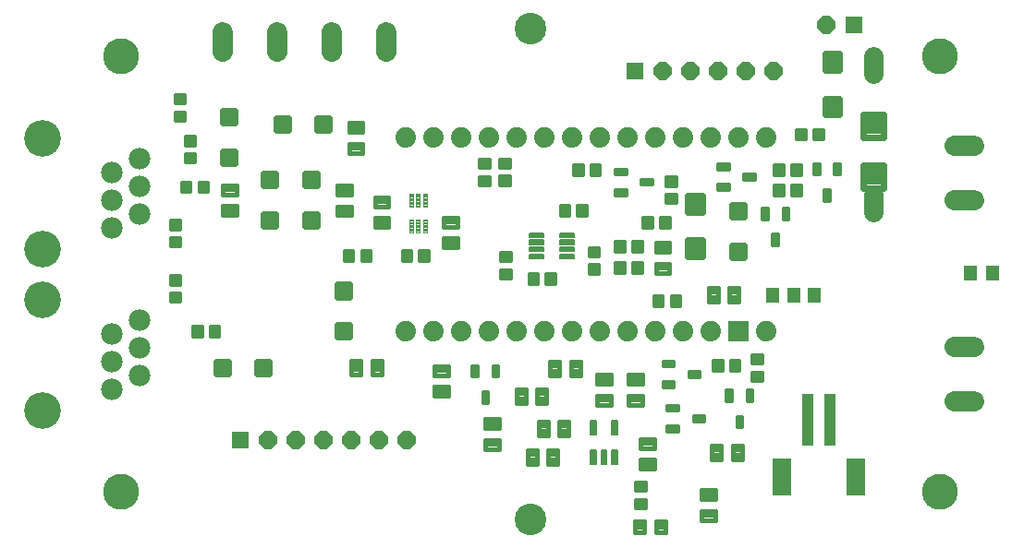
<source format=gts>
G75*
%MOIN*%
%OFA0B0*%
%FSLAX25Y25*%
%IPPOS*%
%LPD*%
%AMOC8*
5,1,8,0,0,1.08239X$1,22.5*
%
%ADD10C,0.12998*%
%ADD11C,0.07450*%
%ADD12C,0.02620*%
%ADD13C,0.11400*%
%ADD14C,0.01518*%
%ADD15C,0.02345*%
%ADD16C,0.01794*%
%ADD17C,0.07800*%
%ADD18C,0.13200*%
%ADD19C,0.00640*%
%ADD20C,0.07400*%
%ADD21R,0.07400X0.07400*%
%ADD22C,0.00947*%
%ADD23R,0.06400X0.06400*%
%ADD24OC8,0.06400*%
%ADD25C,0.00641*%
%ADD26R,0.04337X0.18510*%
%ADD27R,0.06699X0.13786*%
%ADD28R,0.05124X0.05518*%
%ADD29C,0.00450*%
%ADD30C,0.02462*%
%ADD31C,0.07000*%
D10*
X0061648Y0062772D03*
X0061648Y0220252D03*
X0356924Y0220252D03*
X0356924Y0062772D03*
D11*
X0362336Y0095646D02*
X0369386Y0095646D01*
X0369386Y0115331D02*
X0362336Y0115331D01*
X0362336Y0168283D02*
X0369386Y0168283D01*
X0369386Y0187969D02*
X0362336Y0187969D01*
X0157416Y0221924D02*
X0157416Y0228974D01*
X0137731Y0228974D02*
X0137731Y0221924D01*
X0118046Y0221924D02*
X0118046Y0228974D01*
X0098361Y0228974D02*
X0098361Y0221924D01*
D12*
X0266331Y0169575D02*
X0266331Y0163921D01*
X0266331Y0169575D02*
X0271197Y0169575D01*
X0271197Y0163921D01*
X0266331Y0163921D01*
X0266331Y0166540D02*
X0271197Y0166540D01*
X0271197Y0169159D02*
X0266331Y0169159D01*
X0266331Y0153433D02*
X0266331Y0147779D01*
X0266331Y0153433D02*
X0271197Y0153433D01*
X0271197Y0147779D01*
X0266331Y0147779D01*
X0266331Y0150398D02*
X0271197Y0150398D01*
X0271197Y0153017D02*
X0266331Y0153017D01*
X0320823Y0199013D02*
X0320823Y0204667D01*
X0320823Y0199013D02*
X0315957Y0199013D01*
X0315957Y0204667D01*
X0320823Y0204667D01*
X0320823Y0201632D02*
X0315957Y0201632D01*
X0315957Y0204251D02*
X0320823Y0204251D01*
X0320823Y0215155D02*
X0320823Y0220809D01*
X0320823Y0215155D02*
X0315957Y0215155D01*
X0315957Y0220809D01*
X0320823Y0220809D01*
X0320823Y0217774D02*
X0315957Y0217774D01*
X0315957Y0220393D02*
X0320823Y0220393D01*
D13*
X0209286Y0230094D03*
X0209286Y0052929D03*
D14*
X0247439Y0057167D02*
X0247439Y0059985D01*
X0250651Y0059985D01*
X0250651Y0057167D01*
X0247439Y0057167D01*
X0247439Y0058684D02*
X0250651Y0058684D01*
X0247439Y0063417D02*
X0247439Y0066235D01*
X0250651Y0066235D01*
X0250651Y0063417D01*
X0247439Y0063417D01*
X0247439Y0064934D02*
X0250651Y0064934D01*
X0292604Y0103102D02*
X0292604Y0105920D01*
X0292604Y0103102D02*
X0289392Y0103102D01*
X0289392Y0105920D01*
X0292604Y0105920D01*
X0292604Y0104619D02*
X0289392Y0104619D01*
X0284470Y0110163D02*
X0281652Y0110163D01*
X0284470Y0110163D02*
X0284470Y0106951D01*
X0281652Y0106951D01*
X0281652Y0110163D01*
X0281652Y0108468D02*
X0284470Y0108468D01*
X0284470Y0109985D02*
X0281652Y0109985D01*
X0278219Y0110163D02*
X0275401Y0110163D01*
X0278219Y0110163D02*
X0278219Y0106951D01*
X0275401Y0106951D01*
X0275401Y0110163D01*
X0275401Y0108468D02*
X0278219Y0108468D01*
X0278219Y0109985D02*
X0275401Y0109985D01*
X0292604Y0109353D02*
X0292604Y0112171D01*
X0292604Y0109353D02*
X0289392Y0109353D01*
X0289392Y0112171D01*
X0292604Y0112171D01*
X0292604Y0110870D02*
X0289392Y0110870D01*
X0263028Y0130172D02*
X0260210Y0130172D01*
X0260210Y0133384D01*
X0263028Y0133384D01*
X0263028Y0130172D01*
X0263028Y0131689D02*
X0260210Y0131689D01*
X0260210Y0133206D02*
X0263028Y0133206D01*
X0256777Y0130172D02*
X0253959Y0130172D01*
X0253959Y0133384D01*
X0256777Y0133384D01*
X0256777Y0130172D01*
X0256777Y0131689D02*
X0253959Y0131689D01*
X0253959Y0133206D02*
X0256777Y0133206D01*
X0249174Y0142256D02*
X0246356Y0142256D01*
X0246356Y0145468D01*
X0249174Y0145468D01*
X0249174Y0142256D01*
X0249174Y0143773D02*
X0246356Y0143773D01*
X0246356Y0145290D02*
X0249174Y0145290D01*
X0242924Y0142256D02*
X0240106Y0142256D01*
X0240106Y0145468D01*
X0242924Y0145468D01*
X0242924Y0142256D01*
X0242924Y0143773D02*
X0240106Y0143773D01*
X0240106Y0145290D02*
X0242924Y0145290D01*
X0233810Y0144717D02*
X0233810Y0141899D01*
X0230598Y0141899D01*
X0230598Y0144717D01*
X0233810Y0144717D01*
X0233810Y0143416D02*
X0230598Y0143416D01*
X0233810Y0148149D02*
X0233810Y0150967D01*
X0233810Y0148149D02*
X0230598Y0148149D01*
X0230598Y0150967D01*
X0233810Y0150967D01*
X0233810Y0149666D02*
X0230598Y0149666D01*
X0240106Y0149997D02*
X0242924Y0149997D01*
X0240106Y0149997D02*
X0240106Y0153209D01*
X0242924Y0153209D01*
X0242924Y0149997D01*
X0242924Y0151514D02*
X0240106Y0151514D01*
X0240106Y0153031D02*
X0242924Y0153031D01*
X0246356Y0149997D02*
X0249174Y0149997D01*
X0246356Y0149997D02*
X0246356Y0153209D01*
X0249174Y0153209D01*
X0249174Y0149997D01*
X0249174Y0151514D02*
X0246356Y0151514D01*
X0246356Y0153031D02*
X0249174Y0153031D01*
X0250116Y0158666D02*
X0252934Y0158666D01*
X0250116Y0158666D02*
X0250116Y0161878D01*
X0252934Y0161878D01*
X0252934Y0158666D01*
X0252934Y0160183D02*
X0250116Y0160183D01*
X0250116Y0161700D02*
X0252934Y0161700D01*
X0256366Y0158666D02*
X0259184Y0158666D01*
X0256366Y0158666D02*
X0256366Y0161878D01*
X0259184Y0161878D01*
X0259184Y0158666D01*
X0259184Y0160183D02*
X0256366Y0160183D01*
X0256366Y0161700D02*
X0259184Y0161700D01*
X0258339Y0167406D02*
X0258339Y0170224D01*
X0261551Y0170224D01*
X0261551Y0167406D01*
X0258339Y0167406D01*
X0258339Y0168923D02*
X0261551Y0168923D01*
X0258339Y0173656D02*
X0258339Y0176474D01*
X0261551Y0176474D01*
X0261551Y0173656D01*
X0258339Y0173656D01*
X0258339Y0175173D02*
X0261551Y0175173D01*
X0234120Y0177603D02*
X0231302Y0177603D01*
X0231302Y0180815D01*
X0234120Y0180815D01*
X0234120Y0177603D01*
X0234120Y0179120D02*
X0231302Y0179120D01*
X0231302Y0180637D02*
X0234120Y0180637D01*
X0227870Y0177603D02*
X0225052Y0177603D01*
X0225052Y0180815D01*
X0227870Y0180815D01*
X0227870Y0177603D01*
X0227870Y0179120D02*
X0225052Y0179120D01*
X0225052Y0180637D02*
X0227870Y0180637D01*
X0229273Y0162839D02*
X0226455Y0162839D01*
X0226455Y0166051D01*
X0229273Y0166051D01*
X0229273Y0162839D01*
X0229273Y0164356D02*
X0226455Y0164356D01*
X0226455Y0165873D02*
X0229273Y0165873D01*
X0223022Y0162839D02*
X0220204Y0162839D01*
X0220204Y0166051D01*
X0223022Y0166051D01*
X0223022Y0162839D01*
X0223022Y0164356D02*
X0220204Y0164356D01*
X0220204Y0165873D02*
X0223022Y0165873D01*
X0198369Y0173936D02*
X0198369Y0176754D01*
X0201581Y0176754D01*
X0201581Y0173936D01*
X0198369Y0173936D01*
X0198369Y0175453D02*
X0201581Y0175453D01*
X0191021Y0176656D02*
X0191021Y0173838D01*
X0191021Y0176656D02*
X0194233Y0176656D01*
X0194233Y0173838D01*
X0191021Y0173838D01*
X0191021Y0175355D02*
X0194233Y0175355D01*
X0191021Y0180088D02*
X0191021Y0182906D01*
X0194233Y0182906D01*
X0194233Y0180088D01*
X0191021Y0180088D01*
X0191021Y0181605D02*
X0194233Y0181605D01*
X0198369Y0183005D02*
X0198369Y0180187D01*
X0198369Y0183005D02*
X0201581Y0183005D01*
X0201581Y0180187D01*
X0198369Y0180187D01*
X0198369Y0181704D02*
X0201581Y0181704D01*
X0202034Y0149196D02*
X0202034Y0146378D01*
X0198822Y0146378D01*
X0198822Y0149196D01*
X0202034Y0149196D01*
X0202034Y0147895D02*
X0198822Y0147895D01*
X0202034Y0142945D02*
X0202034Y0140127D01*
X0198822Y0140127D01*
X0198822Y0142945D01*
X0202034Y0142945D01*
X0202034Y0141644D02*
X0198822Y0141644D01*
X0208885Y0141346D02*
X0211703Y0141346D01*
X0211703Y0138134D01*
X0208885Y0138134D01*
X0208885Y0141346D01*
X0208885Y0139651D02*
X0211703Y0139651D01*
X0211703Y0141168D02*
X0208885Y0141168D01*
X0215136Y0141346D02*
X0217954Y0141346D01*
X0217954Y0138134D01*
X0215136Y0138134D01*
X0215136Y0141346D01*
X0215136Y0139651D02*
X0217954Y0139651D01*
X0217954Y0141168D02*
X0215136Y0141168D01*
X0172260Y0146476D02*
X0169442Y0146476D01*
X0169442Y0149688D01*
X0172260Y0149688D01*
X0172260Y0146476D01*
X0172260Y0147993D02*
X0169442Y0147993D01*
X0169442Y0149510D02*
X0172260Y0149510D01*
X0166010Y0146476D02*
X0163192Y0146476D01*
X0163192Y0149688D01*
X0166010Y0149688D01*
X0166010Y0146476D01*
X0166010Y0147993D02*
X0163192Y0147993D01*
X0163192Y0149510D02*
X0166010Y0149510D01*
X0151345Y0149850D02*
X0148527Y0149850D01*
X0151345Y0149850D02*
X0151345Y0146638D01*
X0148527Y0146638D01*
X0148527Y0149850D01*
X0148527Y0148155D02*
X0151345Y0148155D01*
X0151345Y0149672D02*
X0148527Y0149672D01*
X0145094Y0149850D02*
X0142276Y0149850D01*
X0145094Y0149850D02*
X0145094Y0146638D01*
X0142276Y0146638D01*
X0142276Y0149850D01*
X0142276Y0148155D02*
X0145094Y0148155D01*
X0145094Y0149672D02*
X0142276Y0149672D01*
X0096792Y0119335D02*
X0093974Y0119335D01*
X0093974Y0122547D01*
X0096792Y0122547D01*
X0096792Y0119335D01*
X0096792Y0120852D02*
X0093974Y0120852D01*
X0093974Y0122369D02*
X0096792Y0122369D01*
X0090542Y0119335D02*
X0087724Y0119335D01*
X0087724Y0122547D01*
X0090542Y0122547D01*
X0090542Y0119335D01*
X0090542Y0120852D02*
X0087724Y0120852D01*
X0087724Y0122369D02*
X0090542Y0122369D01*
X0082836Y0131717D02*
X0082836Y0134535D01*
X0082836Y0131717D02*
X0079624Y0131717D01*
X0079624Y0134535D01*
X0082836Y0134535D01*
X0082836Y0133234D02*
X0079624Y0133234D01*
X0082836Y0137967D02*
X0082836Y0140785D01*
X0082836Y0137967D02*
X0079624Y0137967D01*
X0079624Y0140785D01*
X0082836Y0140785D01*
X0082836Y0139484D02*
X0079624Y0139484D01*
X0082742Y0151751D02*
X0082742Y0154569D01*
X0082742Y0151751D02*
X0079530Y0151751D01*
X0079530Y0154569D01*
X0082742Y0154569D01*
X0082742Y0153268D02*
X0079530Y0153268D01*
X0082742Y0158002D02*
X0082742Y0160820D01*
X0082742Y0158002D02*
X0079530Y0158002D01*
X0079530Y0160820D01*
X0082742Y0160820D01*
X0082742Y0159519D02*
X0079530Y0159519D01*
X0083590Y0171402D02*
X0086408Y0171402D01*
X0083590Y0171402D02*
X0083590Y0174614D01*
X0086408Y0174614D01*
X0086408Y0171402D01*
X0086408Y0172919D02*
X0083590Y0172919D01*
X0083590Y0174436D02*
X0086408Y0174436D01*
X0089841Y0171402D02*
X0092659Y0171402D01*
X0089841Y0171402D02*
X0089841Y0174614D01*
X0092659Y0174614D01*
X0092659Y0171402D01*
X0092659Y0172919D02*
X0089841Y0172919D01*
X0089841Y0174436D02*
X0092659Y0174436D01*
X0084880Y0182086D02*
X0084880Y0184904D01*
X0088092Y0184904D01*
X0088092Y0182086D01*
X0084880Y0182086D01*
X0084880Y0183603D02*
X0088092Y0183603D01*
X0084880Y0188336D02*
X0084880Y0191154D01*
X0088092Y0191154D01*
X0088092Y0188336D01*
X0084880Y0188336D01*
X0084880Y0189853D02*
X0088092Y0189853D01*
X0084401Y0197170D02*
X0084401Y0199988D01*
X0084401Y0197170D02*
X0081189Y0197170D01*
X0081189Y0199988D01*
X0084401Y0199988D01*
X0084401Y0198687D02*
X0081189Y0198687D01*
X0084401Y0203420D02*
X0084401Y0206238D01*
X0084401Y0203420D02*
X0081189Y0203420D01*
X0081189Y0206238D01*
X0084401Y0206238D01*
X0084401Y0204937D02*
X0081189Y0204937D01*
X0297468Y0180852D02*
X0300286Y0180852D01*
X0300286Y0177640D01*
X0297468Y0177640D01*
X0297468Y0180852D01*
X0297468Y0179157D02*
X0300286Y0179157D01*
X0300286Y0180674D02*
X0297468Y0180674D01*
X0303719Y0180852D02*
X0306537Y0180852D01*
X0306537Y0177640D01*
X0303719Y0177640D01*
X0303719Y0180852D01*
X0303719Y0179157D02*
X0306537Y0179157D01*
X0306537Y0180674D02*
X0303719Y0180674D01*
X0303719Y0173475D02*
X0306537Y0173475D01*
X0306537Y0170263D01*
X0303719Y0170263D01*
X0303719Y0173475D01*
X0303719Y0171780D02*
X0306537Y0171780D01*
X0306537Y0173297D02*
X0303719Y0173297D01*
X0300286Y0173475D02*
X0297468Y0173475D01*
X0300286Y0173475D02*
X0300286Y0170263D01*
X0297468Y0170263D01*
X0297468Y0173475D01*
X0297468Y0171780D02*
X0300286Y0171780D01*
X0300286Y0173297D02*
X0297468Y0173297D01*
X0305437Y0193668D02*
X0308255Y0193668D01*
X0308255Y0190456D01*
X0305437Y0190456D01*
X0305437Y0193668D01*
X0305437Y0191973D02*
X0308255Y0191973D01*
X0308255Y0193490D02*
X0305437Y0193490D01*
X0311687Y0193668D02*
X0314505Y0193668D01*
X0314505Y0190456D01*
X0311687Y0190456D01*
X0311687Y0193668D01*
X0311687Y0191973D02*
X0314505Y0191973D01*
X0314505Y0193490D02*
X0311687Y0193490D01*
D15*
X0282101Y0166569D02*
X0282101Y0162215D01*
X0282101Y0166569D02*
X0286455Y0166569D01*
X0286455Y0162215D01*
X0282101Y0162215D01*
X0282101Y0164559D02*
X0286455Y0164559D01*
X0282101Y0152002D02*
X0282101Y0147648D01*
X0282101Y0152002D02*
X0286455Y0152002D01*
X0286455Y0147648D01*
X0282101Y0147648D01*
X0282101Y0149992D02*
X0286455Y0149992D01*
X0139643Y0137685D02*
X0139643Y0133331D01*
X0139643Y0137685D02*
X0143997Y0137685D01*
X0143997Y0133331D01*
X0139643Y0133331D01*
X0139643Y0135675D02*
X0143997Y0135675D01*
X0139643Y0123118D02*
X0139643Y0118764D01*
X0139643Y0123118D02*
X0143997Y0123118D01*
X0143997Y0118764D01*
X0139643Y0118764D01*
X0139643Y0121108D02*
X0143997Y0121108D01*
X0115006Y0109865D02*
X0110652Y0109865D01*
X0115006Y0109865D02*
X0115006Y0105511D01*
X0110652Y0105511D01*
X0110652Y0109865D01*
X0110652Y0107855D02*
X0115006Y0107855D01*
X0100439Y0109865D02*
X0096085Y0109865D01*
X0100439Y0109865D02*
X0100439Y0105511D01*
X0096085Y0105511D01*
X0096085Y0109865D01*
X0096085Y0107855D02*
X0100439Y0107855D01*
X0113113Y0158921D02*
X0113113Y0163275D01*
X0117467Y0163275D01*
X0117467Y0158921D01*
X0113113Y0158921D01*
X0113113Y0161265D02*
X0117467Y0161265D01*
X0132231Y0163275D02*
X0132231Y0158921D01*
X0127877Y0158921D01*
X0127877Y0163275D01*
X0132231Y0163275D01*
X0132231Y0161265D02*
X0127877Y0161265D01*
X0132231Y0173488D02*
X0132231Y0177842D01*
X0132231Y0173488D02*
X0127877Y0173488D01*
X0127877Y0177842D01*
X0132231Y0177842D01*
X0132231Y0175832D02*
X0127877Y0175832D01*
X0113113Y0177842D02*
X0113113Y0173488D01*
X0113113Y0177842D02*
X0117467Y0177842D01*
X0117467Y0173488D01*
X0113113Y0173488D01*
X0113113Y0175832D02*
X0117467Y0175832D01*
X0102605Y0181461D02*
X0102605Y0185815D01*
X0102605Y0181461D02*
X0098251Y0181461D01*
X0098251Y0185815D01*
X0102605Y0185815D01*
X0102605Y0183805D02*
X0098251Y0183805D01*
X0102605Y0196028D02*
X0102605Y0200382D01*
X0102605Y0196028D02*
X0098251Y0196028D01*
X0098251Y0200382D01*
X0102605Y0200382D01*
X0102605Y0198372D02*
X0098251Y0198372D01*
X0117640Y0197823D02*
X0121994Y0197823D01*
X0121994Y0193469D01*
X0117640Y0193469D01*
X0117640Y0197823D01*
X0117640Y0195813D02*
X0121994Y0195813D01*
X0132207Y0197823D02*
X0136561Y0197823D01*
X0136561Y0193469D01*
X0132207Y0193469D01*
X0132207Y0197823D01*
X0132207Y0195813D02*
X0136561Y0195813D01*
D16*
X0148746Y0196061D02*
X0148746Y0192731D01*
X0143842Y0192731D01*
X0143842Y0196061D01*
X0148746Y0196061D01*
X0148746Y0194524D02*
X0143842Y0194524D01*
X0148746Y0188580D02*
X0148746Y0185250D01*
X0143842Y0185250D01*
X0143842Y0188580D01*
X0148746Y0188580D01*
X0148746Y0187043D02*
X0143842Y0187043D01*
X0139708Y0173492D02*
X0139708Y0170162D01*
X0139708Y0173492D02*
X0144612Y0173492D01*
X0144612Y0170162D01*
X0139708Y0170162D01*
X0139708Y0171955D02*
X0144612Y0171955D01*
X0139708Y0166011D02*
X0139708Y0162681D01*
X0139708Y0166011D02*
X0144612Y0166011D01*
X0144612Y0162681D01*
X0139708Y0162681D01*
X0139708Y0164474D02*
X0144612Y0164474D01*
X0153182Y0165927D02*
X0153182Y0169257D01*
X0158086Y0169257D01*
X0158086Y0165927D01*
X0153182Y0165927D01*
X0153182Y0167720D02*
X0158086Y0167720D01*
X0153182Y0161777D02*
X0153182Y0158447D01*
X0153182Y0161777D02*
X0158086Y0161777D01*
X0158086Y0158447D01*
X0153182Y0158447D01*
X0153182Y0160240D02*
X0158086Y0160240D01*
X0178167Y0158644D02*
X0178167Y0161974D01*
X0183071Y0161974D01*
X0183071Y0158644D01*
X0178167Y0158644D01*
X0178167Y0160437D02*
X0183071Y0160437D01*
X0178167Y0154493D02*
X0178167Y0151163D01*
X0178167Y0154493D02*
X0183071Y0154493D01*
X0183071Y0151163D01*
X0178167Y0151163D01*
X0178167Y0152956D02*
X0183071Y0152956D01*
X0259425Y0152776D02*
X0259425Y0149446D01*
X0254521Y0149446D01*
X0254521Y0152776D01*
X0259425Y0152776D01*
X0259425Y0151239D02*
X0254521Y0151239D01*
X0259425Y0145295D02*
X0259425Y0141965D01*
X0254521Y0141965D01*
X0254521Y0145295D01*
X0259425Y0145295D01*
X0259425Y0143758D02*
X0254521Y0143758D01*
X0273571Y0131461D02*
X0276901Y0131461D01*
X0273571Y0131461D02*
X0273571Y0136365D01*
X0276901Y0136365D01*
X0276901Y0131461D01*
X0276901Y0133254D02*
X0273571Y0133254D01*
X0273571Y0135047D02*
X0276901Y0135047D01*
X0281051Y0131461D02*
X0284381Y0131461D01*
X0281051Y0131461D02*
X0281051Y0136365D01*
X0284381Y0136365D01*
X0284381Y0131461D01*
X0284381Y0133254D02*
X0281051Y0133254D01*
X0281051Y0135047D02*
X0284381Y0135047D01*
X0249545Y0105086D02*
X0249545Y0101756D01*
X0244641Y0101756D01*
X0244641Y0105086D01*
X0249545Y0105086D01*
X0249545Y0103549D02*
X0244641Y0103549D01*
X0238313Y0105086D02*
X0238313Y0101756D01*
X0233409Y0101756D01*
X0233409Y0105086D01*
X0238313Y0105086D01*
X0238313Y0103549D02*
X0233409Y0103549D01*
X0227191Y0109687D02*
X0223861Y0109687D01*
X0227191Y0109687D02*
X0227191Y0104783D01*
X0223861Y0104783D01*
X0223861Y0109687D01*
X0223861Y0106576D02*
X0227191Y0106576D01*
X0227191Y0108369D02*
X0223861Y0108369D01*
X0219711Y0109687D02*
X0216381Y0109687D01*
X0219711Y0109687D02*
X0219711Y0104783D01*
X0216381Y0104783D01*
X0216381Y0109687D01*
X0216381Y0106576D02*
X0219711Y0106576D01*
X0219711Y0108369D02*
X0216381Y0108369D01*
X0215026Y0094837D02*
X0211696Y0094837D01*
X0211696Y0099741D01*
X0215026Y0099741D01*
X0215026Y0094837D01*
X0215026Y0096630D02*
X0211696Y0096630D01*
X0211696Y0098423D02*
X0215026Y0098423D01*
X0207545Y0094837D02*
X0204215Y0094837D01*
X0204215Y0099741D01*
X0207545Y0099741D01*
X0207545Y0094837D01*
X0207545Y0096630D02*
X0204215Y0096630D01*
X0204215Y0098423D02*
X0207545Y0098423D01*
X0198032Y0089117D02*
X0198032Y0085787D01*
X0193128Y0085787D01*
X0193128Y0089117D01*
X0198032Y0089117D01*
X0198032Y0087580D02*
X0193128Y0087580D01*
X0198032Y0081636D02*
X0198032Y0078306D01*
X0193128Y0078306D01*
X0193128Y0081636D01*
X0198032Y0081636D01*
X0198032Y0080099D02*
X0193128Y0080099D01*
X0208310Y0077724D02*
X0211640Y0077724D01*
X0211640Y0072820D01*
X0208310Y0072820D01*
X0208310Y0077724D01*
X0208310Y0074613D02*
X0211640Y0074613D01*
X0211640Y0076406D02*
X0208310Y0076406D01*
X0215790Y0077724D02*
X0219120Y0077724D01*
X0219120Y0072820D01*
X0215790Y0072820D01*
X0215790Y0077724D01*
X0215790Y0074613D02*
X0219120Y0074613D01*
X0219120Y0076406D02*
X0215790Y0076406D01*
X0215577Y0083174D02*
X0212247Y0083174D01*
X0212247Y0088078D01*
X0215577Y0088078D01*
X0215577Y0083174D01*
X0215577Y0084967D02*
X0212247Y0084967D01*
X0212247Y0086760D02*
X0215577Y0086760D01*
X0219727Y0083174D02*
X0223057Y0083174D01*
X0219727Y0083174D02*
X0219727Y0088078D01*
X0223057Y0088078D01*
X0223057Y0083174D01*
X0223057Y0084967D02*
X0219727Y0084967D01*
X0219727Y0086760D02*
X0223057Y0086760D01*
X0238313Y0094276D02*
X0238313Y0097606D01*
X0238313Y0094276D02*
X0233409Y0094276D01*
X0233409Y0097606D01*
X0238313Y0097606D01*
X0238313Y0096069D02*
X0233409Y0096069D01*
X0249545Y0097606D02*
X0249545Y0094276D01*
X0244641Y0094276D01*
X0244641Y0097606D01*
X0249545Y0097606D01*
X0249545Y0096069D02*
X0244641Y0096069D01*
X0253975Y0081956D02*
X0253975Y0078626D01*
X0249071Y0078626D01*
X0249071Y0081956D01*
X0253975Y0081956D01*
X0253975Y0080419D02*
X0249071Y0080419D01*
X0253975Y0074476D02*
X0253975Y0071146D01*
X0249071Y0071146D01*
X0249071Y0074476D01*
X0253975Y0074476D01*
X0253975Y0072939D02*
X0249071Y0072939D01*
X0275975Y0063443D02*
X0275975Y0060113D01*
X0271071Y0060113D01*
X0271071Y0063443D01*
X0275975Y0063443D01*
X0275975Y0061906D02*
X0271071Y0061906D01*
X0275975Y0055962D02*
X0275975Y0052632D01*
X0271071Y0052632D01*
X0271071Y0055962D01*
X0275975Y0055962D01*
X0275975Y0054425D02*
X0271071Y0054425D01*
X0257961Y0052028D02*
X0254631Y0052028D01*
X0257961Y0052028D02*
X0257961Y0048304D01*
X0254631Y0048304D01*
X0254631Y0052028D01*
X0254631Y0050097D02*
X0257961Y0050097D01*
X0257961Y0051890D02*
X0254631Y0051890D01*
X0250461Y0052028D02*
X0247131Y0052028D01*
X0250461Y0052028D02*
X0250461Y0048304D01*
X0247131Y0048304D01*
X0247131Y0052028D01*
X0247131Y0050097D02*
X0250461Y0050097D01*
X0250461Y0051890D02*
X0247131Y0051890D01*
X0274828Y0079372D02*
X0278158Y0079372D01*
X0278158Y0074468D01*
X0274828Y0074468D01*
X0274828Y0079372D01*
X0274828Y0076261D02*
X0278158Y0076261D01*
X0278158Y0078054D02*
X0274828Y0078054D01*
X0282308Y0079372D02*
X0285638Y0079372D01*
X0285638Y0074468D01*
X0282308Y0074468D01*
X0282308Y0079372D01*
X0282308Y0076261D02*
X0285638Y0076261D01*
X0285638Y0078054D02*
X0282308Y0078054D01*
X0174811Y0097421D02*
X0174811Y0100751D01*
X0179715Y0100751D01*
X0179715Y0097421D01*
X0174811Y0097421D01*
X0174811Y0099214D02*
X0179715Y0099214D01*
X0174811Y0104901D02*
X0174811Y0108231D01*
X0179715Y0108231D01*
X0179715Y0104901D01*
X0174811Y0104901D01*
X0174811Y0106694D02*
X0179715Y0106694D01*
X0155636Y0105334D02*
X0152306Y0105334D01*
X0152306Y0110238D01*
X0155636Y0110238D01*
X0155636Y0105334D01*
X0155636Y0107127D02*
X0152306Y0107127D01*
X0152306Y0108920D02*
X0155636Y0108920D01*
X0148156Y0105334D02*
X0144826Y0105334D01*
X0144826Y0110238D01*
X0148156Y0110238D01*
X0148156Y0105334D01*
X0148156Y0107127D02*
X0144826Y0107127D01*
X0144826Y0108920D02*
X0148156Y0108920D01*
X0098271Y0162780D02*
X0098271Y0166110D01*
X0103175Y0166110D01*
X0103175Y0162780D01*
X0098271Y0162780D01*
X0098271Y0164573D02*
X0103175Y0164573D01*
X0098271Y0170260D02*
X0098271Y0173590D01*
X0103175Y0173590D01*
X0103175Y0170260D01*
X0098271Y0170260D01*
X0098271Y0172053D02*
X0103175Y0172053D01*
D17*
X0068400Y0173047D03*
X0058400Y0168047D03*
X0068400Y0163047D03*
X0058400Y0158047D03*
X0058400Y0178047D03*
X0068400Y0183047D03*
X0068400Y0124780D03*
X0058400Y0119780D03*
X0068400Y0114780D03*
X0058400Y0109780D03*
X0068400Y0104780D03*
X0058400Y0099780D03*
D18*
X0033400Y0092280D03*
X0033400Y0132280D03*
X0033400Y0150547D03*
X0033400Y0190547D03*
D19*
X0209012Y0156333D02*
X0213890Y0156333D01*
X0213890Y0154841D01*
X0209012Y0154841D01*
X0209012Y0156333D01*
X0209012Y0155480D02*
X0213890Y0155480D01*
X0213890Y0156119D02*
X0209012Y0156119D01*
X0209012Y0153774D02*
X0213890Y0153774D01*
X0213890Y0152282D01*
X0209012Y0152282D01*
X0209012Y0153774D01*
X0209012Y0152921D02*
X0213890Y0152921D01*
X0213890Y0153560D02*
X0209012Y0153560D01*
X0209012Y0151215D02*
X0213890Y0151215D01*
X0213890Y0149723D01*
X0209012Y0149723D01*
X0209012Y0151215D01*
X0209012Y0150362D02*
X0213890Y0150362D01*
X0213890Y0151001D02*
X0209012Y0151001D01*
X0209012Y0148655D02*
X0213890Y0148655D01*
X0213890Y0147163D01*
X0209012Y0147163D01*
X0209012Y0148655D01*
X0209012Y0147802D02*
X0213890Y0147802D01*
X0213890Y0148441D02*
X0209012Y0148441D01*
X0220036Y0148655D02*
X0224914Y0148655D01*
X0224914Y0147163D01*
X0220036Y0147163D01*
X0220036Y0148655D01*
X0220036Y0147802D02*
X0224914Y0147802D01*
X0224914Y0148441D02*
X0220036Y0148441D01*
X0220036Y0151215D02*
X0224914Y0151215D01*
X0224914Y0149723D01*
X0220036Y0149723D01*
X0220036Y0151215D01*
X0220036Y0150362D02*
X0224914Y0150362D01*
X0224914Y0151001D02*
X0220036Y0151001D01*
X0220036Y0153774D02*
X0224914Y0153774D01*
X0224914Y0152282D01*
X0220036Y0152282D01*
X0220036Y0153774D01*
X0220036Y0152921D02*
X0224914Y0152921D01*
X0224914Y0153560D02*
X0220036Y0153560D01*
X0220036Y0156333D02*
X0224914Y0156333D01*
X0224914Y0154841D01*
X0220036Y0154841D01*
X0220036Y0156333D01*
X0220036Y0155480D02*
X0224914Y0155480D01*
X0224914Y0156119D02*
X0220036Y0156119D01*
D20*
X0224424Y0190921D03*
X0234424Y0190921D03*
X0244424Y0190921D03*
X0254424Y0190921D03*
X0264424Y0190921D03*
X0274424Y0190921D03*
X0284424Y0190921D03*
X0294424Y0190921D03*
X0214424Y0190921D03*
X0204424Y0190921D03*
X0194424Y0190921D03*
X0184424Y0190921D03*
X0174424Y0190921D03*
X0164424Y0190921D03*
X0164424Y0120921D03*
X0174424Y0120921D03*
X0184424Y0120921D03*
X0194424Y0120921D03*
X0204424Y0120921D03*
X0214424Y0120921D03*
X0224424Y0120921D03*
X0234424Y0120921D03*
X0244424Y0120921D03*
X0254424Y0120921D03*
X0264424Y0120921D03*
X0274424Y0120921D03*
X0294424Y0120921D03*
D21*
X0284424Y0120921D03*
D22*
X0256872Y0110277D02*
X0256872Y0108067D01*
X0256872Y0110277D02*
X0261050Y0110277D01*
X0261050Y0108067D01*
X0256872Y0108067D01*
X0256872Y0109013D02*
X0261050Y0109013D01*
X0261050Y0109959D02*
X0256872Y0109959D01*
X0256872Y0102796D02*
X0256872Y0100586D01*
X0256872Y0102796D02*
X0261050Y0102796D01*
X0261050Y0100586D01*
X0256872Y0100586D01*
X0256872Y0101532D02*
X0261050Y0101532D01*
X0261050Y0102478D02*
X0256872Y0102478D01*
X0258449Y0094258D02*
X0258449Y0092048D01*
X0258449Y0094258D02*
X0262627Y0094258D01*
X0262627Y0092048D01*
X0258449Y0092048D01*
X0258449Y0092994D02*
X0262627Y0092994D01*
X0262627Y0093940D02*
X0258449Y0093940D01*
X0267898Y0090518D02*
X0267898Y0088308D01*
X0267898Y0090518D02*
X0272076Y0090518D01*
X0272076Y0088308D01*
X0267898Y0088308D01*
X0267898Y0089254D02*
X0272076Y0089254D01*
X0272076Y0090200D02*
X0267898Y0090200D01*
X0258449Y0086778D02*
X0258449Y0084568D01*
X0258449Y0086778D02*
X0262627Y0086778D01*
X0262627Y0084568D01*
X0258449Y0084568D01*
X0258449Y0085514D02*
X0262627Y0085514D01*
X0262627Y0086460D02*
X0258449Y0086460D01*
X0279778Y0099745D02*
X0281988Y0099745D01*
X0281988Y0095567D01*
X0279778Y0095567D01*
X0279778Y0099745D01*
X0279778Y0096513D02*
X0281988Y0096513D01*
X0281988Y0097459D02*
X0279778Y0097459D01*
X0279778Y0098405D02*
X0281988Y0098405D01*
X0281988Y0099351D02*
X0279778Y0099351D01*
X0287258Y0099745D02*
X0289468Y0099745D01*
X0289468Y0095567D01*
X0287258Y0095567D01*
X0287258Y0099745D01*
X0287258Y0096513D02*
X0289468Y0096513D01*
X0289468Y0097459D02*
X0287258Y0097459D01*
X0287258Y0098405D02*
X0289468Y0098405D01*
X0289468Y0099351D02*
X0287258Y0099351D01*
X0285728Y0090296D02*
X0283518Y0090296D01*
X0285728Y0090296D02*
X0285728Y0086118D01*
X0283518Y0086118D01*
X0283518Y0090296D01*
X0283518Y0087064D02*
X0285728Y0087064D01*
X0285728Y0088010D02*
X0283518Y0088010D01*
X0283518Y0088956D02*
X0285728Y0088956D01*
X0285728Y0089902D02*
X0283518Y0089902D01*
X0266321Y0104327D02*
X0266321Y0106537D01*
X0270499Y0106537D01*
X0270499Y0104327D01*
X0266321Y0104327D01*
X0266321Y0105273D02*
X0270499Y0105273D01*
X0270499Y0106219D02*
X0266321Y0106219D01*
X0197832Y0108596D02*
X0195622Y0108596D01*
X0197832Y0108596D02*
X0197832Y0104418D01*
X0195622Y0104418D01*
X0195622Y0108596D01*
X0195622Y0105364D02*
X0197832Y0105364D01*
X0197832Y0106310D02*
X0195622Y0106310D01*
X0195622Y0107256D02*
X0197832Y0107256D01*
X0197832Y0108202D02*
X0195622Y0108202D01*
X0190351Y0108596D02*
X0188141Y0108596D01*
X0190351Y0108596D02*
X0190351Y0104418D01*
X0188141Y0104418D01*
X0188141Y0108596D01*
X0188141Y0105364D02*
X0190351Y0105364D01*
X0190351Y0106310D02*
X0188141Y0106310D01*
X0188141Y0107256D02*
X0190351Y0107256D01*
X0190351Y0108202D02*
X0188141Y0108202D01*
X0191882Y0099147D02*
X0194092Y0099147D01*
X0194092Y0094969D01*
X0191882Y0094969D01*
X0191882Y0099147D01*
X0191882Y0095915D02*
X0194092Y0095915D01*
X0194092Y0096861D02*
X0191882Y0096861D01*
X0191882Y0097807D02*
X0194092Y0097807D01*
X0194092Y0098753D02*
X0191882Y0098753D01*
X0296482Y0156022D02*
X0298692Y0156022D01*
X0298692Y0151844D01*
X0296482Y0151844D01*
X0296482Y0156022D01*
X0296482Y0152790D02*
X0298692Y0152790D01*
X0298692Y0153736D02*
X0296482Y0153736D01*
X0296482Y0154682D02*
X0298692Y0154682D01*
X0298692Y0155628D02*
X0296482Y0155628D01*
X0294952Y0165471D02*
X0292742Y0165471D01*
X0294952Y0165471D02*
X0294952Y0161293D01*
X0292742Y0161293D01*
X0292742Y0165471D01*
X0292742Y0162239D02*
X0294952Y0162239D01*
X0294952Y0163185D02*
X0292742Y0163185D01*
X0292742Y0164131D02*
X0294952Y0164131D01*
X0294952Y0165077D02*
X0292742Y0165077D01*
X0300222Y0165471D02*
X0302432Y0165471D01*
X0302432Y0161293D01*
X0300222Y0161293D01*
X0300222Y0165471D01*
X0300222Y0162239D02*
X0302432Y0162239D01*
X0302432Y0163185D02*
X0300222Y0163185D01*
X0300222Y0164131D02*
X0302432Y0164131D01*
X0302432Y0165077D02*
X0300222Y0165077D01*
X0286141Y0175604D02*
X0286141Y0177814D01*
X0290319Y0177814D01*
X0290319Y0175604D01*
X0286141Y0175604D01*
X0286141Y0176550D02*
X0290319Y0176550D01*
X0290319Y0177496D02*
X0286141Y0177496D01*
X0276692Y0179344D02*
X0276692Y0181554D01*
X0280870Y0181554D01*
X0280870Y0179344D01*
X0276692Y0179344D01*
X0276692Y0180290D02*
X0280870Y0180290D01*
X0280870Y0181236D02*
X0276692Y0181236D01*
X0276692Y0174074D02*
X0276692Y0171864D01*
X0276692Y0174074D02*
X0280870Y0174074D01*
X0280870Y0171864D01*
X0276692Y0171864D01*
X0276692Y0172810D02*
X0280870Y0172810D01*
X0280870Y0173756D02*
X0276692Y0173756D01*
X0249133Y0173702D02*
X0249133Y0175912D01*
X0253311Y0175912D01*
X0253311Y0173702D01*
X0249133Y0173702D01*
X0249133Y0174648D02*
X0253311Y0174648D01*
X0253311Y0175594D02*
X0249133Y0175594D01*
X0239685Y0177442D02*
X0239685Y0179652D01*
X0243863Y0179652D01*
X0243863Y0177442D01*
X0239685Y0177442D01*
X0239685Y0178388D02*
X0243863Y0178388D01*
X0243863Y0179334D02*
X0239685Y0179334D01*
X0239685Y0172171D02*
X0239685Y0169961D01*
X0239685Y0172171D02*
X0243863Y0172171D01*
X0243863Y0169961D01*
X0239685Y0169961D01*
X0239685Y0170907D02*
X0243863Y0170907D01*
X0243863Y0171853D02*
X0239685Y0171853D01*
X0311340Y0181620D02*
X0313550Y0181620D01*
X0313550Y0177442D01*
X0311340Y0177442D01*
X0311340Y0181620D01*
X0311340Y0178388D02*
X0313550Y0178388D01*
X0313550Y0179334D02*
X0311340Y0179334D01*
X0311340Y0180280D02*
X0313550Y0180280D01*
X0313550Y0181226D02*
X0311340Y0181226D01*
X0318821Y0181620D02*
X0321031Y0181620D01*
X0321031Y0177442D01*
X0318821Y0177442D01*
X0318821Y0181620D01*
X0318821Y0178388D02*
X0321031Y0178388D01*
X0321031Y0179334D02*
X0318821Y0179334D01*
X0318821Y0180280D02*
X0321031Y0180280D01*
X0321031Y0181226D02*
X0318821Y0181226D01*
X0317290Y0172171D02*
X0315080Y0172171D01*
X0317290Y0172171D02*
X0317290Y0167993D01*
X0315080Y0167993D01*
X0315080Y0172171D01*
X0315080Y0168939D02*
X0317290Y0168939D01*
X0317290Y0169885D02*
X0315080Y0169885D01*
X0315080Y0170831D02*
X0317290Y0170831D01*
X0317290Y0171777D02*
X0315080Y0171777D01*
D23*
X0246933Y0214740D03*
X0326017Y0231576D03*
X0104527Y0081364D03*
D24*
X0114527Y0081364D03*
X0124527Y0081364D03*
X0134527Y0081364D03*
X0144527Y0081364D03*
X0154527Y0081364D03*
X0164527Y0081364D03*
X0256933Y0214740D03*
X0266933Y0214740D03*
X0276933Y0214740D03*
X0286933Y0214740D03*
X0296933Y0214740D03*
X0316017Y0231576D03*
D25*
X0240563Y0083561D02*
X0238639Y0083561D01*
X0238639Y0088439D01*
X0240563Y0088439D01*
X0240563Y0083561D01*
X0240563Y0084201D02*
X0238639Y0084201D01*
X0238639Y0084841D02*
X0240563Y0084841D01*
X0240563Y0085481D02*
X0238639Y0085481D01*
X0238639Y0086121D02*
X0240563Y0086121D01*
X0240563Y0086761D02*
X0238639Y0086761D01*
X0238639Y0087401D02*
X0240563Y0087401D01*
X0240563Y0088041D02*
X0238639Y0088041D01*
X0233082Y0083561D02*
X0231158Y0083561D01*
X0231158Y0088439D01*
X0233082Y0088439D01*
X0233082Y0083561D01*
X0233082Y0084201D02*
X0231158Y0084201D01*
X0231158Y0084841D02*
X0233082Y0084841D01*
X0233082Y0085481D02*
X0231158Y0085481D01*
X0231158Y0086121D02*
X0233082Y0086121D01*
X0233082Y0086761D02*
X0231158Y0086761D01*
X0231158Y0087401D02*
X0233082Y0087401D01*
X0233082Y0088041D02*
X0231158Y0088041D01*
X0231158Y0072931D02*
X0233082Y0072931D01*
X0231158Y0072931D02*
X0231158Y0077809D01*
X0233082Y0077809D01*
X0233082Y0072931D01*
X0233082Y0073571D02*
X0231158Y0073571D01*
X0231158Y0074211D02*
X0233082Y0074211D01*
X0233082Y0074851D02*
X0231158Y0074851D01*
X0231158Y0075491D02*
X0233082Y0075491D01*
X0233082Y0076131D02*
X0231158Y0076131D01*
X0231158Y0076771D02*
X0233082Y0076771D01*
X0233082Y0077411D02*
X0231158Y0077411D01*
X0234899Y0072931D02*
X0236823Y0072931D01*
X0234899Y0072931D02*
X0234899Y0077809D01*
X0236823Y0077809D01*
X0236823Y0072931D01*
X0236823Y0073571D02*
X0234899Y0073571D01*
X0234899Y0074211D02*
X0236823Y0074211D01*
X0236823Y0074851D02*
X0234899Y0074851D01*
X0234899Y0075491D02*
X0236823Y0075491D01*
X0236823Y0076131D02*
X0234899Y0076131D01*
X0234899Y0076771D02*
X0236823Y0076771D01*
X0236823Y0077411D02*
X0234899Y0077411D01*
X0238639Y0072931D02*
X0240563Y0072931D01*
X0238639Y0072931D02*
X0238639Y0077809D01*
X0240563Y0077809D01*
X0240563Y0072931D01*
X0240563Y0073571D02*
X0238639Y0073571D01*
X0238639Y0074211D02*
X0240563Y0074211D01*
X0240563Y0074851D02*
X0238639Y0074851D01*
X0238639Y0075491D02*
X0240563Y0075491D01*
X0240563Y0076131D02*
X0238639Y0076131D01*
X0238639Y0076771D02*
X0240563Y0076771D01*
X0240563Y0077411D02*
X0238639Y0077411D01*
D26*
X0309384Y0088756D03*
X0317258Y0088756D03*
D27*
X0326707Y0068283D03*
X0299935Y0068283D03*
D28*
X0296810Y0133869D03*
X0304310Y0133869D03*
X0311810Y0133869D03*
X0367983Y0141709D03*
X0375983Y0141709D03*
D29*
X0170709Y0156640D02*
X0170709Y0161190D01*
X0172059Y0161190D01*
X0172059Y0156640D01*
X0170709Y0156640D01*
X0170709Y0157089D02*
X0172059Y0157089D01*
X0172059Y0157538D02*
X0170709Y0157538D01*
X0170709Y0157987D02*
X0172059Y0157987D01*
X0172059Y0158436D02*
X0170709Y0158436D01*
X0170709Y0158885D02*
X0172059Y0158885D01*
X0172059Y0159334D02*
X0170709Y0159334D01*
X0170709Y0159783D02*
X0172059Y0159783D01*
X0172059Y0160232D02*
X0170709Y0160232D01*
X0170709Y0160681D02*
X0172059Y0160681D01*
X0172059Y0161130D02*
X0170709Y0161130D01*
X0168109Y0161190D02*
X0168109Y0156640D01*
X0168109Y0161190D02*
X0169459Y0161190D01*
X0169459Y0156640D01*
X0168109Y0156640D01*
X0168109Y0157089D02*
X0169459Y0157089D01*
X0169459Y0157538D02*
X0168109Y0157538D01*
X0168109Y0157987D02*
X0169459Y0157987D01*
X0169459Y0158436D02*
X0168109Y0158436D01*
X0168109Y0158885D02*
X0169459Y0158885D01*
X0169459Y0159334D02*
X0168109Y0159334D01*
X0168109Y0159783D02*
X0169459Y0159783D01*
X0169459Y0160232D02*
X0168109Y0160232D01*
X0168109Y0160681D02*
X0169459Y0160681D01*
X0169459Y0161130D02*
X0168109Y0161130D01*
X0165509Y0161190D02*
X0165509Y0156640D01*
X0165509Y0161190D02*
X0166859Y0161190D01*
X0166859Y0156640D01*
X0165509Y0156640D01*
X0165509Y0157089D02*
X0166859Y0157089D01*
X0166859Y0157538D02*
X0165509Y0157538D01*
X0165509Y0157987D02*
X0166859Y0157987D01*
X0166859Y0158436D02*
X0165509Y0158436D01*
X0165509Y0158885D02*
X0166859Y0158885D01*
X0166859Y0159334D02*
X0165509Y0159334D01*
X0165509Y0159783D02*
X0166859Y0159783D01*
X0166859Y0160232D02*
X0165509Y0160232D01*
X0165509Y0160681D02*
X0166859Y0160681D01*
X0166859Y0161130D02*
X0165509Y0161130D01*
X0165509Y0165840D02*
X0165509Y0170390D01*
X0166859Y0170390D01*
X0166859Y0165840D01*
X0165509Y0165840D01*
X0165509Y0166289D02*
X0166859Y0166289D01*
X0166859Y0166738D02*
X0165509Y0166738D01*
X0165509Y0167187D02*
X0166859Y0167187D01*
X0166859Y0167636D02*
X0165509Y0167636D01*
X0165509Y0168085D02*
X0166859Y0168085D01*
X0166859Y0168534D02*
X0165509Y0168534D01*
X0165509Y0168983D02*
X0166859Y0168983D01*
X0166859Y0169432D02*
X0165509Y0169432D01*
X0165509Y0169881D02*
X0166859Y0169881D01*
X0166859Y0170330D02*
X0165509Y0170330D01*
X0168109Y0170390D02*
X0168109Y0165840D01*
X0168109Y0170390D02*
X0169459Y0170390D01*
X0169459Y0165840D01*
X0168109Y0165840D01*
X0168109Y0166289D02*
X0169459Y0166289D01*
X0169459Y0166738D02*
X0168109Y0166738D01*
X0168109Y0167187D02*
X0169459Y0167187D01*
X0169459Y0167636D02*
X0168109Y0167636D01*
X0168109Y0168085D02*
X0169459Y0168085D01*
X0169459Y0168534D02*
X0168109Y0168534D01*
X0168109Y0168983D02*
X0169459Y0168983D01*
X0169459Y0169432D02*
X0168109Y0169432D01*
X0168109Y0169881D02*
X0169459Y0169881D01*
X0169459Y0170330D02*
X0168109Y0170330D01*
X0170709Y0170390D02*
X0170709Y0165840D01*
X0170709Y0170390D02*
X0172059Y0170390D01*
X0172059Y0165840D01*
X0170709Y0165840D01*
X0170709Y0166289D02*
X0172059Y0166289D01*
X0172059Y0166738D02*
X0170709Y0166738D01*
X0170709Y0167187D02*
X0172059Y0167187D01*
X0172059Y0167636D02*
X0170709Y0167636D01*
X0170709Y0168085D02*
X0172059Y0168085D01*
X0172059Y0168534D02*
X0170709Y0168534D01*
X0170709Y0168983D02*
X0172059Y0168983D01*
X0172059Y0169432D02*
X0170709Y0169432D01*
X0170709Y0169881D02*
X0172059Y0169881D01*
X0172059Y0170330D02*
X0170709Y0170330D01*
D30*
X0336752Y0172624D02*
X0336752Y0180798D01*
X0336752Y0172624D02*
X0329366Y0172624D01*
X0329366Y0180798D01*
X0336752Y0180798D01*
X0336752Y0175085D02*
X0329366Y0175085D01*
X0329366Y0177546D02*
X0336752Y0177546D01*
X0336752Y0180007D02*
X0329366Y0180007D01*
X0336752Y0190912D02*
X0336752Y0199086D01*
X0336752Y0190912D02*
X0329366Y0190912D01*
X0329366Y0199086D01*
X0336752Y0199086D01*
X0336752Y0193373D02*
X0329366Y0193373D01*
X0329366Y0195834D02*
X0336752Y0195834D01*
X0336752Y0198295D02*
X0329366Y0198295D01*
D31*
X0332995Y0213736D02*
X0332995Y0220336D01*
X0332995Y0170336D02*
X0332995Y0163736D01*
M02*

</source>
